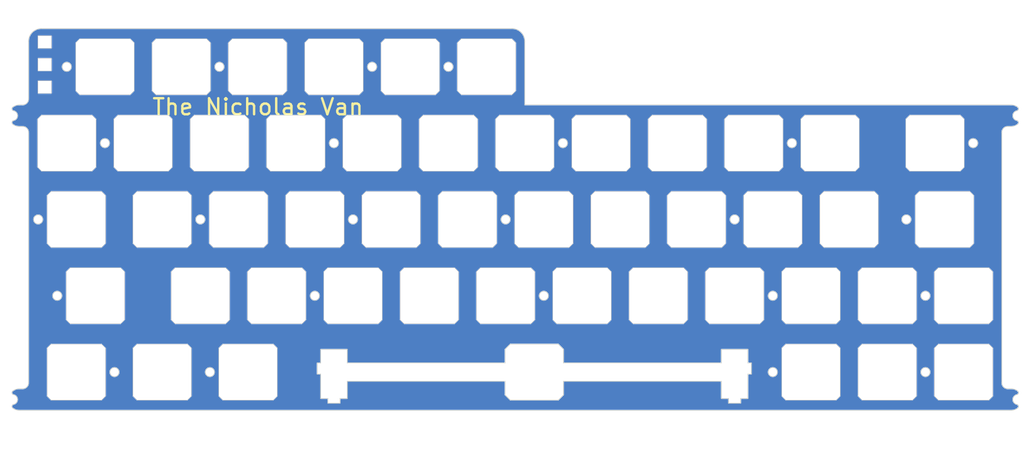
<source format=kicad_pcb>
(kicad_pcb (version 20221018) (generator pcbnew)
  (layers (0 "F.Cu" signal) (31 "B.Cu" signal) (34 "B.Paste" user) (35 "F.Paste" user) (36 "B.SilkS" user "B.Silkscreen") (37 "F.SilkS" user "F.Silkscreen") (38 "B.Mask" user) (39 "F.Mask" user) (44 "Edge.Cuts" user))
  (net 0 "")
  (net 1 "GND")
  (footprint "cipulot_parts:ecs_plate_cut_1U" (layer "F.Cu") (at 242.8875 115.8875)
    (fp_text reference "REF**")
    (fp_text value "Value " hide)
    (fp_line (start -7.3 -6) (end -7.3 6) (stroke (width 0.12)) (layer "Edge.Cuts"))
    (fp_line (start -7.3 6) (end -6.3 7) (stroke (width 0.12)) (layer "Edge.Cuts"))
    (fp_line (start -6.3 -7) (end -7.3 -6) (stroke (width 0.12)) (layer "Edge.Cuts"))
    (fp_line (start -6.3 7) (end 6.3 7) (stroke (width 0.12)) (layer "Edge.Cuts"))
    (fp_line (start 6.3 -7) (end -6.3 -7) (stroke (width 0.12)) (layer "Edge.Cuts"))
    (fp_line (start 6.3 -7) (end 7.3 -6) (stroke (width 0.12)) (layer "Edge.Cuts"))
    (fp_line (start 6.3 7) (end 7.3 6) (stroke (width 0.12)) (layer "Edge.Cuts"))
    (fp_line (start 7.3 6) (end 7.3 -6) (stroke (width 0.12)) (layer "Edge.Cuts"))
  )
  (footprint "cipulot_parts:ecs_plate_cut_1U" (layer "F.Cu") (at 45.24375 115.8875)
    (fp_text reference "REF**")
    (fp_text value "Value " hide)
    (fp_line (start -7.3 -6) (end -7.3 6) (stroke (width 0.12)) (layer "Edge.Cuts"))
    (fp_line (start -7.3 6) (end -6.3 7) (stroke (width 0.12)) (layer "Edge.Cuts"))
    (fp_line (start -6.3 -7) (end -7.3 -6) (stroke (width 0.12)) (layer "Edge.Cuts"))
    (fp_line (start -6.3 7) (end 6.3 7) (stroke (width 0.12)) (layer "Edge.Cuts"))
    (fp_line (start 6.3 -7) (end -6.3 -7) (stroke (width 0.12)) (layer "Edge.Cuts"))
    (fp_line (start 6.3 -7) (end 7.3 -6) (stroke (width 0.12)) (layer "Edge.Cuts"))
    (fp_line (start 6.3 7) (end 7.3 6) (stroke (width 0.12)) (layer "Edge.Cuts"))
    (fp_line (start 7.3 6) (end 7.3 -6) (stroke (width 0.12)) (layer "Edge.Cuts"))
  )
  (footprint "cipulot_parts:ecs_plate_cut_1U" (layer "F.Cu") (at 190.5 77.7875)
    (fp_text reference "REF**")
    (fp_text value "Value " hide)
    (fp_line (start -7.3 -6) (end -7.3 6) (stroke (width 0.12)) (layer "Edge.Cuts"))
    (fp_line (start -7.3 6) (end -6.3 7) (stroke (width 0.12)) (layer "Edge.Cuts"))
    (fp_line (start -6.3 -7) (end -7.3 -6) (stroke (width 0.12)) (layer "Edge.Cuts"))
    (fp_line (start -6.3 7) (end 6.3 7) (stroke (width 0.12)) (layer "Edge.Cuts"))
    (fp_line (start 6.3 -7) (end -6.3 -7) (stroke (width 0.12)) (layer "Edge.Cuts"))
    (fp_line (start 6.3 -7) (end 7.3 -6) (stroke (width 0.12)) (layer "Edge.Cuts"))
    (fp_line (start 6.3 7) (end 7.3 6) (stroke (width 0.12)) (layer "Edge.Cuts"))
    (fp_line (start 7.3 6) (end 7.3 -6) (stroke (width 0.12)) (layer "Edge.Cuts"))
  )
  (footprint "cipulot_parts:ecs_plate_cut_1U" (layer "F.Cu") (at 261.9375 134.9375)
    (fp_text reference "REF**")
    (fp_text value "Value " hide)
    (fp_line (start -7.3 -6) (end -7.3 6) (stroke (width 0.12)) (layer "Edge.Cuts"))
    (fp_line (start -7.3 6) (end -6.3 7) (stroke (width 0.12)) (layer "Edge.Cuts"))
    (fp_line (start -6.3 -7) (end -7.3 -6) (stroke (width 0.12)) (layer "Edge.Cuts"))
    (fp_line (start -6.3 7) (end 6.3 7) (stroke (width 0.12)) (layer "Edge.Cuts"))
    (fp_line (start 6.3 -7) (end -6.3 -7) (stroke (width 0.12)) (layer "Edge.Cuts"))
    (fp_line (start 6.3 -7) (end 7.3 -6) (stroke (width 0.12)) (layer "Edge.Cuts"))
    (fp_line (start 6.3 7) (end 7.3 6) (stroke (width 0.12)) (layer "Edge.Cuts"))
    (fp_line (start 7.3 6) (end 7.3 -6) (stroke (width 0.12)) (layer "Edge.Cuts"))
  )
  (footprint "cipulot_parts:ecs_plate_cut_1U" (layer "F.Cu") (at 123.825 58.7375)
    (fp_text reference "REF**")
    (fp_text value "Value " hide)
    (fp_line (start -7.3 -6) (end -7.3 6) (stroke (width 0.12)) (layer "Edge.Cuts"))
    (fp_line (start -7.3 6) (end -6.3 7) (stroke (width 0.12)) (layer "Edge.Cuts"))
    (fp_line (start -6.3 -7) (end -7.3 -6) (stroke (width 0.12)) (layer "Edge.Cuts"))
    (fp_line (start -6.3 7) (end 6.3 7) (stroke (width 0.12)) (layer "Edge.Cuts"))
    (fp_line (start 6.3 -7) (end -6.3 -7) (stroke (width 0.12)) (layer "Edge.Cuts"))
    (fp_line (start 6.3 -7) (end 7.3 -6) (stroke (width 0.12)) (layer "Edge.Cuts"))
    (fp_line (start 6.3 7) (end 7.3 6) (stroke (width 0.12)) (layer "Edge.Cuts"))
    (fp_line (start 7.3 6) (end 7.3 -6) (stroke (width 0.12)) (layer "Edge.Cuts"))
  )
  (footprint "cipulot_parts:ecs_plate_cut_1U" (layer "F.Cu") (at 261.9375 115.8875)
    (fp_text reference "REF**")
    (fp_text value "Value " hide)
    (fp_line (start -7.3 -6) (end -7.3 6) (stroke (width 0.12)) (layer "Edge.Cuts"))
    (fp_line (start -7.3 6) (end -6.3 7) (stroke (width 0.12)) (layer "Edge.Cuts"))
    (fp_line (start -6.3 -7) (end -7.3 -6) (stroke (width 0.12)) (layer "Edge.Cuts"))
    (fp_line (start -6.3 7) (end 6.3 7) (stroke (width 0.12)) (layer "Edge.Cuts"))
    (fp_line (start 6.3 -7) (end -6.3 -7) (stroke (width 0.12)) (layer "Edge.Cuts"))
    (fp_line (start 6.3 -7) (end 7.3 -6) (stroke (width 0.12)) (layer "Edge.Cuts"))
    (fp_line (start 6.3 7) (end 7.3 6) (stroke (width 0.12)) (layer "Edge.Cuts"))
    (fp_line (start 7.3 6) (end 7.3 -6) (stroke (width 0.12)) (layer "Edge.Cuts"))
  )
  (footprint "cipulot_parts:ecs_plate_cut_1U" (layer "F.Cu") (at 85.725 58.7375)
    (fp_text reference "REF**")
    (fp_text value "Value " hide)
    (fp_line (start -7.3 -6) (end -7.3 6) (stroke (width 0.12)) (layer "Edge.Cuts"))
    (fp_line (start -7.3 6) (end -6.3 7) (stroke (width 0.12)) (layer "Edge.Cuts"))
    (fp_line (start -6.3 -7) (end -7.3 -6) (stroke (width 0.12)) (layer "Edge.Cuts"))
    (fp_line (start -6.3 7) (end 6.3 7) (stroke (width 0.12)) (layer "Edge.Cuts"))
    (fp_line (start 6.3 -7) (end -6.3 -7) (stroke (width 0.12)) (layer "Edge.Cuts"))
    (fp_line (start 6.3 -7) (end 7.3 -6) (stroke (width 0.12)) (layer "Edge.Cuts"))
    (fp_line (start 6.3 7) (end 7.3 6) (stroke (width 0.12)) (layer "Edge.Cuts"))
    (fp_line (start 7.3 6) (end 7.3 -6) (stroke (width 0.12)) (layer "Edge.Cuts"))
  )
  (footprint "cipulot_parts:ecs_plate_cut_1U" (layer "F.Cu") (at 223.8375 115.8875)
    (fp_text reference "REF**")
    (fp_text value "Value " hide)
    (fp_line (start -7.3 -6) (end -7.3 6) (stroke (width 0.12)) (layer "Edge.Cuts"))
    (fp_line (start -7.3 6) (end -6.3 7) (stroke (width 0.12)) (layer "Edge.Cuts"))
    (fp_line (start -6.3 -7) (end -7.3 -6) (stroke (width 0.12)) (layer "Edge.Cuts"))
    (fp_line (start -6.3 7) (end 6.3 7) (stroke (width 0.12)) (layer "Edge.Cuts"))
    (fp_line (start 6.3 -7) (end -6.3 -7) (stroke (width 0.12)) (layer "Edge.Cuts"))
    (fp_line (start 6.3 -7) (end 7.3 -6) (stroke (width 0.12)) (layer "Edge.Cuts"))
    (fp_line (start 6.3 7) (end 7.3 6) (stroke (width 0.12)) (layer "Edge.Cuts"))
    (fp_line (start 7.3 6) (end 7.3 -6) (stroke (width 0.12)) (layer "Edge.Cuts"))
  )
  (footprint "cipulot_parts:ecs_plate_cut_1U" (layer "F.Cu") (at 233.3625 96.8375)
    (fp_text reference "REF**")
    (fp_text value "Value " hide)
    (fp_line (start -7.3 -6) (end -7.3 6) (stroke (width 0.12)) (layer "Edge.Cuts"))
    (fp_line (start -7.3 6) (end -6.3 7) (stroke (width 0.12)) (layer "Edge.Cuts"))
    (fp_line (start -6.3 -7) (end -7.3 -6) (stroke (width 0.12)) (layer "Edge.Cuts"))
    (fp_line (start -6.3 7) (end 6.3 7) (stroke (width 0.12)) (layer "Edge.Cuts"))
    (fp_line (start 6.3 -7) (end -6.3 -7) (stroke (width 0.12)) (layer "Edge.Cuts"))
    (fp_line (start 6.3 -7) (end 7.3 -6) (stroke (width 0.12)) (layer "Edge.Cuts"))
    (fp_line (start 6.3 7) (end 7.3 6) (stroke (width 0.12)) (layer "Edge.Cuts"))
    (fp_line (start 7.3 6) (end 7.3 -6) (stroke (width 0.12)) (layer "Edge.Cuts"))
  )
  (footprint "cipulot_parts:ecs_plate_cut_1U" (layer "F.Cu") (at 61.9125 96.8375)
    (fp_text reference "REF**")
    (fp_text value "Value " hide)
    (fp_line (start -7.3 -6) (end -7.3 6) (stroke (width 0.12)) (layer "Edge.Cuts"))
    (fp_line (start -7.3 6) (end -6.3 7) (stroke (width 0.12)) (layer "Edge.Cuts"))
    (fp_line (start -6.3 -7) (end -7.3 -6) (stroke (width 0.12)) (layer "Edge.Cuts"))
    (fp_line (start -6.3 7) (end 6.3 7) (stroke (width 0.12)) (layer "Edge.Cuts"))
    (fp_line (start 6.3 -7) (end -6.3 -7) (stroke (width 0.12)) (layer "Edge.Cuts"))
    (fp_line (start 6.3 -7) (end 7.3 -6) (stroke (width 0.12)) (layer "Edge.Cuts"))
    (fp_line (start 6.3 7) (end 7.3 6) (stroke (width 0.12)) (layer "Edge.Cuts"))
    (fp_line (start 7.3 6) (end 7.3 -6) (stroke (width 0.12)) (layer "Edge.Cuts"))
  )
  (footprint "cipulot_parts:ecs_plate_cut_1U" (layer "F.Cu") (at 242.8875 134.9375)
    (fp_text reference "REF**")
    (fp_text value "Value " hide)
    (fp_line (start -7.3 -6) (end -7.3 6) (stroke (width 0.12)) (layer "Edge.Cuts"))
    (fp_line (start -7.3 6) (end -6.3 7) (stroke (width 0.12)) (layer "Edge.Cuts"))
    (fp_line (start -6.3 -7) (end -7.3 -6) (stroke (width 0.12)) (layer "Edge.Cuts"))
    (fp_line (start -6.3 7) (end 6.3 7) (stroke (width 0.12)) (layer "Edge.Cuts"))
    (fp_line (start 6.3 -7) (end -6.3 -7) (stroke (width 0.12)) (layer "Edge.Cuts"))
    (fp_line (start 6.3 -7) (end 7.3 -6) (stroke (width 0.12)) (layer "Edge.Cuts"))
    (fp_line (start 6.3 7) (end 7.3 6) (stroke (width 0.12)) (layer "Edge.Cuts"))
    (fp_line (start 7.3 6) (end 7.3 -6) (stroke (width 0.12)) (layer "Edge.Cuts"))
  )
  (footprint "cipulot_parts:ecs_plate_cut_1U" (layer "F.Cu") (at 95.25 77.7875)
    (fp_text reference "REF**")
    (fp_text value "Value " hide)
    (fp_line (start -7.3 -6) (end -7.3 6) (stroke (width 0.12)) (layer "Edge.Cuts"))
    (fp_line (start -7.3 6) (end -6.3 7) (stroke (width 0.12)) (layer "Edge.Cuts"))
    (fp_line (start -6.3 -7) (end -7.3 -6) (stroke (width 0.12)) (layer "Edge.Cuts"))
    (fp_line (start -6.3 7) (end 6.3 7) (stroke (width 0.12)) (layer "Edge.Cuts"))
    (fp_line (start 6.3 -7) (end -6.3 -7) (stroke (width 0.12)) (layer "Edge.Cuts"))
    (fp_line (start 6.3 -7) (end 7.3 -6) (stroke (width 0.12)) (layer "Edge.Cuts"))
    (fp_line (start 6.3 7) (end 7.3 6) (stroke (width 0.12)) (layer "Edge.Cuts"))
    (fp_line (start 7.3 6) (end 7.3 -6) (stroke (width 0.12)) (layer "Edge.Cuts"))
  )
  (footprint "cipulot_parts:ecs_plate_cut_1U" (layer "F.Cu") (at 157.1625 96.8375)
    (fp_text reference "REF**")
    (fp_text value "Value " hide)
    (fp_line (start -7.3 -6) (end -7.3 6) (stroke (width 0.12)) (layer "Edge.Cuts"))
    (fp_line (start -7.3 6) (end -6.3 7) (stroke (width 0.12)) (layer "Edge.Cuts"))
    (fp_line (start -6.3 -7) (end -7.3 -6) (stroke (width 0.12)) (layer "Edge.Cuts"))
    (fp_line (start -6.3 7) (end 6.3 7) (stroke (width 0.12)) (layer "Edge.Cuts"))
    (fp_line (start 6.3 -7) (end -6.3 -7) (stroke (width 0.12)) (layer "Edge.Cuts"))
    (fp_line (start 6.3 -7) (end 7.3 -6) (stroke (width 0.12)) (layer "Edge.Cuts"))
    (fp_line (start 6.3 7) (end 7.3 6) (stroke (width 0.12)) (layer "Edge.Cuts"))
    (fp_line (start 7.3 6) (end 7.3 -6) (stroke (width 0.12)) (layer "Edge.Cuts"))
  )
  (footprint "cipulot_parts:ecs_plate_cut_1U" (layer "F.Cu") (at 109.5375 115.8875)
    (fp_text reference "REF**")
    (fp_text value "Value " hide)
    (fp_line (start -7.3 -6) (end -7.3 6) (stroke (width 0.12)) (layer "Edge.Cuts"))
    (fp_line (start -7.3 6) (end -6.3 7) (stroke (width 0.12)) (layer "Edge.Cuts"))
    (fp_line (start -6.3 -7) (end -7.3 -6) (stroke (width 0.12)) (layer "Edge.Cuts"))
    (fp_line (start -6.3 7) (end 6.3 7) (stroke (width 0.12)) (layer "Edge.Cuts"))
    (fp_line (start 6.3 -7) (end -6.3 -7) (stroke (width 0.12)) (layer "Edge.Cuts"))
    (fp_line (start 6.3 -7) (end 7.3 -6) (stroke (width 0.12)) (layer "Edge.Cuts"))
    (fp_line (start 6.3 7) (end 7.3 6) (stroke (width 0.12)) (layer "Edge.Cuts"))
    (fp_line (start 7.3 6) (end 7.3 -6) (stroke (width 0.12)) (layer "Edge.Cuts"))
  )
  (footprint "cipulot_parts:ecs_plate_cut_1U" (layer "F.Cu") (at 176.2125 96.8375)
    (fp_text reference "REF**")
    (fp_text value "Value " hide)
    (fp_line (start -7.3 -6) (end -7.3 6) (stroke (width 0.12)) (layer "Edge.Cuts"))
    (fp_line (start -7.3 6) (end -6.3 7) (stroke (width 0.12)) (layer "Edge.Cuts"))
    (fp_line (start -6.3 -7) (end -7.3 -6) (stroke (width 0.12)) (layer "Edge.Cuts"))
    (fp_line (start -6.3 7) (end 6.3 7) (stroke (width 0.12)) (layer "Edge.Cuts"))
    (fp_line (start 6.3 -7) (end -6.3 -7) (stroke (width 0.12)) (layer "Edge.Cuts"))
    (fp_line (start 6.3 -7) (end 7.3 -6) (stroke (width 0.12)) (layer "Edge.Cuts"))
    (fp_line (start 6.3 7) (end 7.3 6) (stroke (width 0.12)) (layer "Edge.Cuts"))
    (fp_line (start 7.3 6) (end 7.3 -6) (stroke (width 0.12)) (layer "Edge.Cuts"))
  )
  (footprint "cipulot_parts:ecs_plate_cut_1U" (layer "F.Cu") (at 76.2 77.7875)
    (fp_text reference "REF**")
    (fp_text value "Value " hide)
    (fp_line (start -7.3 -6) (end -7.3 6) (stroke (width 0.12)) (layer "Edge.Cuts"))
    (fp_line (start -7.3 6) (end -6.3 7) (stroke (width 0.12)) (layer "Edge.Cuts"))
    (fp_line (start -6.3 -7) (end -7.3 -6) (stroke (width 0.12)) (layer "Edge.Cuts"))
    (fp_line (start -6.3 7) (end 6.3 7) (stroke (width 0.12)) (layer "Edge.Cuts"))
    (fp_line (start 6.3 -7) (end -6.3 -7) (stroke (width 0.12)) (layer "Edge.Cuts"))
    (fp_line (start 6.3 -7) (end 7.3 -6) (stroke (width 0.12)) (layer "Edge.Cuts"))
    (fp_line (start 6.3 7) (end 7.3 6) (stroke (width 0.12)) (layer "Edge.Cuts"))
    (fp_line (start 7.3 6) (end 7.3 -6) (stroke (width 0.12)) (layer "Edge.Cuts"))
  )
  (footprint "cipulot_parts:ecs_plate_cut_1U" (layer "F.Cu") (at 66.675 58.7375)
    (fp_text reference "REF**")
    (fp_text value "Value " hide)
    (fp_line (start -7.3 -6) (end -7.3 6) (stroke (width 0.12)) (layer "Edge.Cuts"))
    (fp_line (start -7.3 6) (end -6.3 7) (stroke (width 0.12)) (layer "Edge.Cuts"))
    (fp_line (start -6.3 -7) (end -7.3 -6) (stroke (width 0.12)) (layer "Edge.Cuts"))
    (fp_line (start -6.3 7) (end 6.3 7) (stroke (width 0.12)) (layer "Edge.Cuts"))
    (fp_line (start 6.3 -7) (end -6.3 -7) (stroke (width 0.12)) (layer "Edge.Cuts"))
    (fp_line (start 6.3 -7) (end 7.3 -6) (stroke (width 0.12)) (layer "Edge.Cuts"))
    (fp_line (start 6.3 7) (end 7.3 6) (stroke (width 0.12)) (layer "Edge.Cuts"))
    (fp_line (start 7.3 6) (end 7.3 -6) (stroke (width 0.12)) (layer "Edge.Cuts"))
  )
  (footprint "cipulot_parts:ecs_plate_cut_1U" (layer "F.Cu") (at 128.5875 115.8875)
    (fp_text reference "REF**")
    (fp_text value "Value " hide)
    (fp_line (start -7.3 -6) (end -7.3 6) (stroke (width 0.12)) (layer "Edge.Cuts"))
    (fp_line (start -7.3 6) (end -6.3 7) (stroke (width 0.12)) (layer "Edge.Cuts"))
    (fp_line (start -6.3 -7) (end -7.3 -6) (stroke (width 0.12)) (layer "Edge.Cuts"))
    (fp_line (start -6.3 7) (end 6.3 7) (stroke (width 0.12)) (layer "Edge.Cuts"))
    (fp_line (start 6.3 -7) (end -6.3 -7) (stroke (width 0.12)) (layer "Edge.Cuts"))
    (fp_line (start 6.3 -7) (end 7.3 -6) (stroke (width 0.12)) (layer "Edge.Cuts"))
    (fp_line (start 6.3 7) (end 7.3 6) (stroke (width 0.12)) (layer "Edge.Cuts"))
    (fp_line (start 7.3 6) (end 7.3 -6) (stroke (width 0.12)) (layer "Edge.Cuts"))
  )
  (footprint "cipulot_parts:ecs_plate_cut_1U" (layer "F.Cu") (at 40.48125 134.9375)
    (fp_text reference "REF**")
    (fp_text value "Value " hide)
    (fp_line (start -7.3 -6) (end -7.3 6) (stroke (width 0.12)) (layer "Edge.Cuts"))
    (fp_line (start -7.3 6) (end -6.3 7) (stroke (width 0.12)) (layer "Edge.Cuts"))
    (fp_line (start -6.3 -7) (end -7.3 -6) (stroke (width 0.12)) (layer "Edge.Cuts"))
    (fp_line (start -6.3 7) (end 6.3 7) (stroke (width 0.12)) (layer "Edge.Cuts"))
    (fp_line (start 6.3 -7) (end -6.3 -7) (stroke (width 0.12)) (layer "Edge.Cuts"))
    (fp_line (start 6.3 -7) (end 7.3 -6) (stroke (width 0.12)) (layer "Edge.Cuts"))
    (fp_line (start 6.3 7) (end 7.3 6) (stroke (width 0.12)) (layer "Edge.Cuts"))
    (fp_line (start 7.3 6) (end 7.3 -6) (stroke (width 0.12)) (layer "Edge.Cuts"))
  )
  (footprint "cipulot_parts:ecs_plate_cut_1U" (layer "F.Cu") (at 57.15 77.7875)
    (fp_text reference "REF**")
    (fp_text value "Value " hide)
    (fp_line (start -7.3 -6) (end -7.3 6) (stroke (width 0.12)) (layer "Edge.Cuts"))
    (fp_line (start -7.3 6) (end -6.3 7) (stroke (width 0.12)) (layer "Edge.Cuts"))
    (fp_line (start -6.3 -7) (end -7.3 -6) (stroke (width 0.12)) (layer "Edge.Cuts"))
    (fp_line (start -6.3 7) (end 6.3 7) (stroke (width 0.12)) (layer "Edge.Cuts"))
    (fp_line (start 6.3 -7) (end -6.3 -7) (stroke (width 0.12)) (layer "Edge.Cuts"))
    (fp_line (start 6.3 -7) (end 7.3 -6) (stroke (width 0.12)) (layer "Edge.Cuts"))
    (fp_line (start 6.3 7) (end 7.3 6) (stroke (width 0.12)) (layer "Edge.Cuts"))
    (fp_line (start 7.3 6) (end 7.3 -6) (stroke (width 0.12)) (layer "Edge.Cuts"))
  )
  (footprint "cipulot_parts:ecs_plate_cut_1U" (layer "F.Cu") (at 47.625 58.7375)
    (fp_text reference "REF**")
    (fp_text value "Value " hide)
    (fp_line (start -7.3 -6) (end -7.3 6) (stroke (width 0.12)) (layer "Edge.Cuts"))
    (fp_line (start -7.3 6) (end -6.3 7) (stroke (width 0.12)) (layer "Edge.Cuts"))
    (fp_line (start -6.3 -7) (end -7.3 -6) (stroke (width 0.12)) (layer "Edge.Cuts"))
    (fp_line (start -6.3 7) (end 6.3 7) (stroke (width 0.12)) (layer "Edge.Cuts"))
    (fp_line (start 6.3 -7) (end -6.3 -7) (stroke (width 0.12)) (layer "Edge.Cuts"))
    (fp_line (start 6.3 -7) (end 7.3 -6) (stroke (width 0.12)) (layer "Edge.Cuts"))
    (fp_line (start 6.3 7) (end 7.3 6) (stroke (width 0.12)) (layer "Edge.Cuts"))
    (fp_line (start 7.3 6) (end 7.3 -6) (stroke (width 0.12)) (layer "Edge.Cuts"))
  )
  (footprint "cipulot_parts:ecs_plate_cut_1U" (layer "F.Cu") (at 40.48125 96.8375)
    (fp_text reference "REF**")
    (fp_text value "Value " hide)
    (fp_line (start -7.3 -6) (end -7.3 6) (stroke (width 0.12)) (layer "Edge.Cuts"))
    (fp_line (start -7.3 6) (end -6.3 7) (stroke (width 0.12)) (layer "Edge.Cuts"))
    (fp_line (start -6.3 -7) (end -7.3 -6) (stroke (width 0.12)) (layer "Edge.Cuts"))
    (fp_line (start -6.3 7) (end 6.3 7) (stroke (width 0.12)) (layer "Edge.Cuts"))
    (fp_line (start 6.3 -7) (end -6.3 -7) (stroke (width 0.12)) (layer "Edge.Cuts"))
    (fp_line (start 6.3 -7) (end 7.3 -6) (stroke (width 0.12)) (layer "Edge.Cuts"))
    (fp_line (start 6.3 7) (end 7.3 6) (stroke (width 0.12)) (layer "Edge.Cuts"))
    (fp_line (start 7.3 6) (end 7.3 -6) (stroke (width 0.12)) (layer "Edge.Cuts"))
  )
  (footprint "cipulot_parts:ecs_plate_cut_1U" (layer "F.Cu") (at 171.45 77.7875)
    (fp_text reference "REF**")
    (fp_text value "Value " hide)
    (fp_line (start -7.3 -6) (end -7.3 6) (stroke (width 0.12)) (layer "Edge.Cuts"))
    (fp_line (start -7.3 6) (end -6.3 7) (stroke (width 0.12)) (layer "Edge.Cuts"))
    (fp_line (start -6.3 -7) (end -7.3 -6) (stroke (width 0.12)) (layer "Edge.Cuts"))
    (fp_line (start -6.3 7) (end 6.3 7) (stroke (width 0.12)) (layer "Edge.Cuts"))
    (fp_line (start 6.3 -7) (end -6.3 -7) (stroke (width 0.12)) (layer "Edge.Cuts"))
    (fp_line (start 6.3 -7) (end 7.3 -6) (stroke (width 0.12)) (layer "Edge.Cuts"))
    (fp_line (start 6.3 7) (end 7.3 6) (stroke (width 0.12)) (layer "Edge.Cuts"))
    (fp_line (start 7.3 6) (end 7.3 -6) (stroke (width 0.12)) (layer "Edge.Cuts"))
  )
  (footprint "cipulot_parts:ecs_plate_cut_1U" (layer "F.Cu") (at 100.0125 96.8375)
    (fp_text reference "REF**")
    (fp_text value "Value " hide)
    (fp_line (start -7.3 -6) (end -7.3 6) (stroke (width 0.12)) (layer "Edge.Cuts"))
    (fp_line (start -7.3 6) (end -6.3 7) (stroke (width 0.12)) (layer "Edge.Cuts"))
    (fp_line (start -6.3 -7) (end -7.3 -6) (stroke (width 0.12)) (layer "Edge.Cuts"))
    (fp_line (start -6.3 7) (end 6.3 7) (stroke (width 0.12)) (layer "Edge.Cuts"))
    (fp_line (start 6.3 -7) (end -6.3 -7) (stroke (width 0.12)) (layer "Edge.Cuts"))
    (fp_line (start 6.3 -7) (end 7.3 -6) (stroke (width 0.12)) (layer "Edge.Cuts"))
    (fp_line (start 6.3 7) (end 7.3 6) (stroke (width 0.12)) (layer "Edge.Cuts"))
    (fp_line (start 7.3 6) (end 7.3 -6) (stroke (width 0.12)) (layer "Edge.Cuts"))
  )
  (footprint "cipulot_parts:ecs_plate_cut_1U" (layer "F.Cu") (at 114.3 77.7875)
    (fp_text reference "REF**")
    (fp_text value "Value " hide)
    (fp_line (start -7.3 -6) (end -7.3 6) (stroke (width 0.12)) (layer "Edge.Cuts"))
    (fp_line (start -7.3 6) (end -6.3 7) (stroke (width 0.12)) (layer "Edge.Cuts"))
    (fp_line (start -6.3 -7) (end -7.3 -6) (stroke (width 0.12)) (layer "Edge.Cuts"))
    (fp_line (start -6.3 7) (end 6.3 7) (stroke (width 0.12)) (layer "Edge.Cuts"))
    (fp_line (start 6.3 -7) (end -6.3 -7) (stroke (width 0.12)) (layer "Edge.Cuts"))
    (fp_line (start 6.3 -7) (end 7.3 -6) (stroke (width 0.12)) (layer "Edge.Cuts"))
    (fp_line (start 6.3 7) (end 7.3 6) (stroke (width 0.12)) (layer "Edge.Cuts"))
    (fp_line (start 7.3 6) (end 7.3 -6) (stroke (width 0.12)) (layer "Edge.Cuts"))
  )
  (footprint "cipulot_parts:ecs_plate_cut_1U" (layer "F.Cu") (at 204.7875 115.8875)
    (fp_text reference "REF**")
    (fp_text value "Value " hide)
    (fp_line (start -7.3 -6) (end -7.3 6) (stroke (width 0.12)) (layer "Edge.Cuts"))
    (fp_line (start -7.3 6) (end -6.3 7) (stroke (width 0.12)) (layer "Edge.Cuts"))
    (fp_line (start -6.3 -7) (end -7.3 -6) (stroke (width 0.12)) (layer "Edge.Cuts"))
    (fp_line (start -6.3 7) (end 6.3 7) (stroke (width 0.12)) (layer "Edge.Cuts"))
    (fp_line (start 6.3 -7) (end -6.3 -7) (stroke (width 0.12)) (layer "Edge.Cuts"))
    (fp_line (start 6.3 -7) (end 7.3 -6) (stroke (width 0.12)) (layer "Edge.Cuts"))
    (fp_line (start 6.3 7) (end 7.3 6) (stroke (width 0.12)) (layer "Edge.Cuts"))
    (fp_line (start 7.3 6) (end 7.3 -6) (stroke (width 0.12)) (layer "Edge.Cuts"))
  )
  (footprint "cipulot_parts:ecs_plate_cut_1U" (layer "F.Cu") (at 80.9625 96.8375)
    (fp_text reference "REF**")
    (fp_text value "Value " hide)
    (fp_line (start -7.3 -6) (end -7.3 6) (stroke (width 0.12)) (layer "Edge.Cuts"))
    (fp_line (start -7.3 6) (end -6.3 7) (stroke (width 0.12)) (layer "Edge.Cuts"))
    (fp_line (start -6.3 -7) (end -7.3 -6) (stroke (width 0.12)) (layer "Edge.Cuts"))
    (fp_line (start -6.3 7) (end 6.3 7) (stroke (width 0.12)) (layer "Edge.Cuts"))
    (fp_line (start 6.3 -7) (end -6.3 -7) (stroke (width 0.12)) (layer "Edge.Cuts"))
    (fp_line (start 6.3 -7) (end 7.3 -6) (stroke (width 0.12)) (layer "Edge.Cuts"))
    (fp_line (start 6.3 7) (end 7.3 6) (stroke (width 0.12)) (layer "Edge.Cuts"))
    (fp_line (start 7.3 6) (end 7.3 -6) (stroke (width 0.12)) (layer "Edge.Cuts"))
  )
  (footprint "cipulot_parts:ecs_plate_cut_1U" (layer "F.Cu") (at 83.34375 134.9375)
    (fp_text reference "REF**")
    (fp_text value "Value " hide)
    (fp_line (start -7.3 -6) (end -7.3 6) (stroke (width 0.12)) (layer "Edge.Cuts"))
    (fp_line (start -7.3 6) (end -6.3 7) (stroke (width 0.12)) (layer "Edge.Cuts"))
    (fp_line (start -6.3 -7) (end -7.3 -6) (stroke (width 0.12)) (layer "Edge.Cuts"))
    (fp_line (start -6.3 7) (end 6.3 7) (stroke (width 0.12)) (layer "Edge.Cuts"))
    (fp_line (start 6.3 -7) (end -6.3 -7) (stroke (width 0.12)) (layer "Edge.Cuts"))
    (fp_line (start 6.3 -7) (end 7.3 -6) (stroke (width 0.12)) (layer "Edge.Cuts"))
    (fp_line (start 6.3 7) (end 7.3 6) (stroke (width 0.12)) (layer "Edge.Cuts"))
    (fp_line (start 7.3 6) (end 7.3 -6) (stroke (width 0.12)) (layer "Edge.Cuts"))
  )
  (footprint "cipulot_parts:ecs_plate_cut_1U" (layer "F.Cu") (at 214.3125 96.8375)
    (fp_text reference "REF**")
    (fp_text value "Value " hide)
    (fp_line (start -7.3 -6) (end -7.3 6) (stroke (width 0.12)) (layer "Edge.Cuts"))
    (fp_line (start -7.3 6) (end -6.3 7) (stroke (width 0.12)) (layer "Edge.Cuts"))
    (fp_line (start -6.3 -7) (end -7.3 -6) (stroke (width 0.12)) (layer "Edge.Cuts"))
    (fp_line (start -6.3 7) (end 6.3 7) (stroke (width 0.12)) (layer "Edge.Cuts"))
    (fp_line (start 6.3 -7) (end -6.3 -7) (stroke (width 0.12)) (layer "Edge.Cuts"))
    (fp_line (start 6.3 -7) (end 7.3 -6) (stroke (width 0.12)) (layer "Edge.Cuts"))
    (fp_line (start 6.3 7) (end 7.3 6) (stroke (width 0.12)) (layer "Edge.Cuts"))
    (fp_line (start 7.3 6) (end 7.3 -6) (stroke (width 0.12)) (layer "Edge.Cuts"))
  )
  (footprint "cipulot_parts:ecs_plate_cut_1U" (layer "F.Cu") (at 38.1 77.7875)
    (fp_text reference "REF**")
    (fp_text value "Value " hide)
    (fp_line (start -7.3 -6) (end -7.3 6) (stroke (width 0.12)) (layer "Edge.Cuts"))
    (fp_line (start -7.3 6) (end -6.3 7) (stroke (width 0.12)) (layer "Edge.Cuts"))
    (fp_line (start -6.3 -7) (end -7.3 -6) (stroke (width 0.12)) (layer "Edge.Cuts"))
    (fp_line (start -6.3 7) (end 6.3 7) (stroke (width 0.12)) (layer "Edge.Cuts"))
    (fp_line (start 6.3 -7) (end -6.3 -7) (stroke (width 0.12)) (layer "Edge.Cuts"))
    (fp_line (start 6.3 -7) (end 7.3 -6) (stroke (width 0.12)) (layer "Edge.Cuts"))
    (fp_line (start 6.3 7) (end 7.3 6) (stroke (width 0.12)) (layer "Edge.Cuts"))
    (fp_line (start 7.3 6) (end 7.3 -6) (stroke (width 0.12)) (layer "Edge.Cuts"))
  )
  (footprint "cipulot_parts:ecs_plate_cut_1U" (layer "F.Cu") (at 138.1125 96.8375)
    (fp_text reference "REF**")
    (fp_text value "Value " hide)
    (fp_line (start -7.3 -6) (end -7.3 6) (stroke (width 0.12)) (layer "Edge.Cuts"))
    (fp_line (start -7.3 6) (end -6.3 7) (stroke (width 0.12)) (layer "Edge.Cuts"))
    (fp_line (start -6.3 -7) (end -7.3 -6) (stroke (width 0.12)) (layer "Edge.Cuts"))
    (fp_line (start -6.3 7) (end 6.3 7) (stroke (width 0.12)) (layer "Edge.Cuts"))
    (fp_line (start 6.3 -7) (end -6.3 -7) (stroke (width 0.12)) (layer "Edge.Cuts"))
    (fp_line (start 6.3 -7) (end 7.3 -6) (stroke (width 0.12)) (layer "Edge.Cuts"))
    (fp_line (start 6.3 7) (end 7.3 6) (stroke (width 0.12)) (layer "Edge.Cuts"))
    (fp_line (start 7.3 6) (end 7.3 -6) (stroke (width 0.12)) (layer "Edge.Cuts"))
  )
  (footprint "cipulot_parts:ecs_plate_cut_1U" (layer "F.Cu") (at 254.79375 77.7875)
    (fp_text reference "REF**")
    (fp_text value "Value " hide)
    (fp_line (start -7.3 -6) (end -7.3 6) (stroke (width 0.12)) (layer "Edge.Cuts"))
    (fp_line (start -7.3 6) (end -6.3 7) (stroke (width 0.12)) (layer "Edge.Cuts"))
    (fp_line (start -6.3 -7) (end -7.3 -6) (stroke (width 0.12)) (layer "Edge.Cuts"))
    (fp_line (start -6.3 7) (end 6.3 7) (stroke (width 0.12)) (layer "Edge.Cuts"))
    (fp_line (start 6.3 -7) (end -6.3 -7) (stroke (width 0.12)) (layer "Edge.Cuts"))
    (fp_line (start 6.3 -7) (end 7.3 -6) (stroke (width 0.12)) (layer "Edge.Cuts"))
    (fp_line (start 6.3 7) (end 7.3 6) (stroke (width 0.12)) (layer "Edge.Cuts"))
    (fp_line (start 7.3 6) (end 7.3 -6) (stroke (width 0.12)) (layer "Edge.Cuts"))
  )
  (footprint "cipulot_parts:ecs_plate_cut_1U" (layer "F.Cu") (at 223.8375 134.9375)
    (fp_text reference "REF**")
    (fp_text value "Value " hide)
    (fp_line (start -7.3 -6) (end -7.3 6) (stroke (width 0.12)) (layer "Edge.Cuts"))
    (fp_line (start -7.3 6) (end -6.3 7) (stroke (width 0.12)) (layer "Edge.Cuts"))
    (fp_line (start -6.3 -7) (end -7.3 -6) (stroke (width 0.12)) (layer "Edge.Cuts"))
    (fp_line (start -6.3 7) (end 6.3 7) (stroke (width 0.12)) (layer "Edge.Cuts"))
    (fp_line (start 6.3 -7) (end -6.3 -7) (stroke (width 0.12)) (layer "Edge.Cuts"))
    (fp_line (start 6.3 -7) (end 7.3 -6) (stroke (width 0.12)) (layer "Edge.Cuts"))
    (fp_line (start 6.3 7) (end 7.3 6) (stroke (width 0.12)) (layer "Edge.Cuts"))
    (fp_line (start 7.3 6) (end 7.3 -6) (stroke (width 0.12)) (layer "Edge.Cuts"))
  )
  (footprint "cipulot_parts:ecs_plate_cut_1U" (layer "F.Cu") (at 209.55 77.7875)
    (fp_text reference "REF**")
    (fp_text value "Value " hide)
    (fp_line (start -7.3 -6) (end -7.3 6) (stroke (width 0.12)) (layer "Edge.Cuts"))
    (fp_line (start -7.3 6) (end -6.3 7) (stroke (width 0.12)) (layer "Edge.Cuts"))
    (fp_line (start -6.3 -7) (end -7.3 -6) (stroke (width 0.12)) (layer "Edge.Cuts"))
    (fp_line (start -6.3 7) (end 6.3 7) (stroke (width 0.12)) (layer "Edge.Cuts"))
    (fp_line (start 6.3 -7) (end -6.3 -7) (stroke (width 0.12)) (layer "Edge.Cuts"))
    (fp_line (start 6.3 -7) (end 7.3 -6) (stroke (width 0.12)) (layer "Edge.Cuts"))
    (fp_line (start 6.3 7) (end 7.3 6) (stroke (width 0.12)) (layer "Edge.Cuts"))
    (fp_line (start 7.3 6) (end 7.3 -6) (stroke (width 0.12)) (layer "Edge.Cuts"))
  )
  (footprint "cipulot_parts:ecs_plate_cut_1U" (layer "F.Cu") (at 195.2625 96.8375)
    (fp_text reference "REF**")
    (fp_text value "Value " hide)
    (fp_line (start -7.3 -6) (end -7.3 6) (stroke (width 0.12)) (layer "Edge.Cuts"))
    (fp_line (start -7.3 6) (end -6.3 7) (stroke (width 0.12)) (layer "Edge.Cuts"))
    (fp_line (start -6.3 -7) (end -7.3 -6) (stroke (width 0.12)) (layer "Edge.Cuts"))
    (fp_line (start -6.3 7) (end 6.3 7) (stroke (width 0.12)) (layer "Edge.Cuts"))
    (fp_line (start 6.3 -7) (end -6.3 -7) (stroke (width 0.12)) (layer "Edge.Cuts"))
    (fp_line (start 6.3 -7) (end 7.3 -6) (stroke (width 0.12)) (layer "Edge.Cuts"))
    (fp_line (start 6.3 7) (end 7.3 6) (stroke (width 0.12)) (layer "Edge.Cuts"))
    (fp_line (start 7.3 6) (end 7.3 -6) (stroke (width 0.12)) (layer "Edge.Cuts"))
  )
  (footprint "cipulot_parts:ecs_plate_cut_1U" (layer "F.Cu") (at 185.7375 115.8875)
    (fp_text reference "REF**")
    (fp_text value "Value " hide)
    (fp_line (start -7.3 -6) (end -7.3 6) (stroke (width 0.12)) (layer "Edge.Cuts"))
    (fp_line (start -7.3 6) (end -6.3 7) (stroke (width 0.12)) (layer "Edge.Cuts"))
    (fp_line (start -6.3 -7) (end -7.3 -6) (stroke (width 0.12)) (layer "Edge.Cuts"))
    (fp_line (start -6.3 7) (end 6.3 7) (stroke (width 0.12)) (layer "Edge.Cuts"))
    (fp_line (start 6.3 -7) (end -6.3 -7) (stroke (width 0.12)) (layer "Edge.Cuts"))
    (fp_line (start 6.3 -7) (end 7.3 -6) (stroke (width 0.12)) (layer "Edge.Cuts"))
    (fp_line (start 6.3 7) (end 7.3 6) (stroke (width 0.12)) (layer "Edge.Cuts"))
    (fp_line (start 7.3 6) (end 7.3 -6) (stroke (width 0.12)) (layer "Edge.Cuts"))
  )
  (footprint "cipulot_parts:ecs_plate_cut_1U" (layer "F.Cu") (at 61.9125 134.9375)
    (fp_text reference "REF**")
    (fp_text value "Value " hide)
    (fp_line (start -7.3 -6) (end -7.3 6) (stroke (width 0.12)) (layer "Edge.Cuts"))
    (fp_line (start -7.3 6) (end -6.3 7) (stroke (width 0.12)) (layer "Edge.Cuts"))
    (fp_line (start -6.3 -7) (end -7.3 -6) (stroke (width 0.12)) (layer "Edge.Cuts"))
    (fp_line (start -6.3 7) (end 6.3 7) (stroke (width 0.12)) (layer "Edge.Cuts"))
    (fp_line (start 6.3 -7) (end -6.3 -7) (stroke (width 0.12)) (layer "Edge.Cuts"))
    (fp_line (start 6.3 -7) (end 7.3 -6) (stroke (width 0.12)) (layer "Edge.Cuts"))
    (fp_line (start 6.3 7) (end 7.3 6) (stroke (width 0.12)) (layer "Edge.Cuts"))
    (fp_line (start 7.3 6) (end 7.3 -6) (stroke (width 0.12)) (layer "Edge.Cuts"))
  )
  (footprint "cipulot_parts:ecs_plate_cut_1U" (layer "F.Cu") (at 147.6375 115.8875)
    (fp_text reference "REF**")
    (fp_text value "Value " hide)
    (fp_line (start -7.3 -6) (end -7.3 6) (stroke (width 0.12)) (layer "Edge.Cuts"))
    (fp_line (start -7.3 6) (end -6.3 7) (stroke (width 0.12)) (layer "Edge.Cuts"))
    (fp_line (start -6.3 -7) (end -7.3 -6) (stroke (width 0.12)) (layer "Edge.Cuts"))
    (fp_line (start -6.3 7) (end 6.3 7) (stroke (width 0.12)) (layer "Edge.Cuts"))
    (fp_line (start 6.3 -7) (end -6.3 -7) (stroke (width 0.12)) (layer "Edge.Cuts"))
    (fp_line (start 6.3 -7) (end 7.3 -6) (stroke (width 0.12)) (layer "Edge.Cuts"))
    (fp_line (start 6.3 7) (end 7.3 6) (stroke (width 0.12)) (layer "Edge.Cuts"))
    (fp_line (start 7.3 6) (end 7.3 -6) (stroke (width 0.12)) (layer "Edge.Cuts"))
  )
  (footprint "cipulot_parts:ecs_plate_cut_1U" (layer "F.Cu") (at 119.0625 96.8375)
    (fp_text reference "REF**")
    (fp_text value "Value " hide)
    (fp_line (start -7.3 -6) (end -7.3 6) (stroke (width 0.12)) (layer "Edge.Cuts"))
    (fp_line (start -7.3 6) (end -6.3 7) (stroke (width 0.12)) (layer "Edge.Cuts"))
    (fp_line (start -6.3 -7) (end -7.3 -6) (stroke (width 0.12)) (layer "Edge.Cuts"))
    (fp_line (start -6.3 7) (end 6.3 7) (stroke (width 0.12)) (layer "Edge.Cuts"))
    (fp_line (start 6.3 -7) (end -6.3 -7) (stroke (width 0.12)) (layer "Edge.Cuts"))
    (fp_line (start 6.3 -7) (end 7.3 -6) (stroke (width 0.12)) (layer "Edge.Cuts"))
    (fp_line (start 6.3 7) (end 7.3 6) (stroke (width 0.12)) (layer "Edge.Cuts"))
    (fp_line (start 7.3 6) (end 7.3 -6) (stroke (width 0.12)) (layer "Edge.Cuts"))
  )
  (footprint "cipulot_parts:ecs_plate_cut_1U" (layer "F.Cu") (at 152.4 77.7875)
    (fp_text reference "REF**")
    (fp_text value "Value " hide)
    (fp_line (start -7.3 -6) (end -7.3 6) (stroke (width 0.12)) (layer "Edge.Cuts"))
    (fp_line (start -7.3 6) (end -6.3 7) (stroke (width 0.12)) (layer "Edge.Cuts"))
    (fp_line (start -6.3 -7) (end -7.3 -6) (stroke (width 0.12)) (layer "Edge.Cuts"))
    (fp_line (start -6.3 7) (end 6.3 7) (stroke (width 0.12)) (layer "Edge.Cuts"))
    (fp_line (start 6.3 -7) (end -6.3 -7) (stroke (width 0.12)) (layer "Edge.Cuts"))
    (fp_line (start 6.3 -7) (end 7.3 -6) (stroke (width 0.12)) (layer "Edge.Cuts"))
    (fp_line (start 6.3 7) (end 7.3 6) (stroke (width 0.12)) (layer "Edge.Cuts"))
    (fp_line (start 7.3 6) (end 7.3 -6) (stroke (width 0.12)) (layer "Edge.Cuts"))
  )
  (footprint "cipulot_parts:ecs_plate_cut_1U" (layer "F.Cu") (at 90.4875 115.8875)
    (fp_text reference "REF**")
    (fp_text value "Value " hide)
    (fp_line (start -7.3 -6) (end -7.3 6) (stroke (width 0.12)) (layer "Edge.Cuts"))
    (fp_line (start -7.3 6) (end -6.3 7) (stroke (width 0.12)) (layer "Edge.Cuts"))
    (fp_line (start -6.3 -7) (end -7.3 -6) (stroke (width 0.12)) (layer "Edge.Cuts"))
    (fp_line (start -6.3 7) (end 6.3 7) (stroke (width 0.12)) (layer "Edge.Cuts"))
    (fp_line (start 6.3 -7) (end -6.3 -7) (stroke (width 0.12)) (layer "Edge.Cuts"))
    (fp_line (start 6.3 -7) (end 7.3 -6) (stroke (width 0.12)) (layer "Edge.Cuts"))
    (fp_line (start 6.3 7) (end 7.3 6) (stroke (width 0.12)) (layer "Edge.Cuts"))
    (fp_line (start 7.3 6) (end 7.3 -6) (stroke (width 0.12)) (layer "Edge.Cuts"))
  )
  (footprint "cipulot_parts:ecs_plate_cut_1U" (layer "F.Cu") (at 257.175 96.8375)
    (fp_text reference "REF**")
    (fp_text value "Value " hide)
    (fp_line (start -7.3 -6) (end -7.3 6) (stroke (width 0.12)) (layer "Edge.Cuts"))
    (fp_line (start -7.3 6) (end -6.3 7) (stroke (width 0.12)) (layer "Edge.Cuts"))
    (fp_line (start -6.3 -7) (end -7.3 -6) (stroke (width 0.12)) (layer "Edge.Cuts"))
    (fp_line (start -6.3 7) (end 6.3 7) (stroke (width 0.12)) (layer "Edge.Cuts"))
    (fp_line (start 6.3 -7) (end -6.3 -7) (stroke (width 0.12)) (layer "Edge.Cuts"))
    (fp_line (start 6.3 -7) (end 7.3 -6) (stroke (width 0.12)) (layer "Edge.Cuts"))
    (fp_line (start 6.3 7) (end 7.3 6) (stroke (width 0.12)) (layer "Edge.Cuts"))
    (fp_line (start 7.3 6) (end 7.3 -6) (stroke (width 0.12)) (layer "Edge.Cuts"))
  )
  (footprint "cipulot_parts:ecs_plate_cut_1U" (layer "F.Cu") (at 166.6875 115.8875)
    (fp_text reference "REF**")
    (fp_text value "Value " hide)
    (fp_line (start -7.3 -6) (end -7.3 6) (stroke (width 0.12)) (layer "Edge.Cuts"))
    (fp_line (start -7.3 6) (end -6.3 7) (stroke (width 0.12)) (layer "Edge.Cuts"))
    (fp_line (start -6.3 -7) (end -7.3 -6) (stroke (width 0.12)) (layer "Edge.Cuts"))
    (fp_line (start -6.3 7) (end 6.3 7) (stroke (width 0.12)) (layer "Edge.Cuts"))
    (fp_line (start 6.3 -7) (end -6.3 -7) (stroke (width 0.12)) (layer "Edge.Cuts"))
    (fp_line (start 6.3 -7) (end 7.3 -6) (stroke (width 0.12)) (layer "Edge.Cuts"))
    (fp_line (start 6.3 7) (end 7.3 6) (stroke (width 0.12)) (layer "Edge.Cuts"))
    (fp_line (start 7.3 6) (end 7.3 -6) (stroke (width 0.12)) (layer "Edge.Cuts"))
  )
  (footprint "cipulot_parts:ecs_6.25U_space_stab" (layer "F.Cu") (at 154.78125 134.9375 180)
    (fp_text reference "REF**")
    (fp_text value "Value " hide)
  )
  (footprint "cipulot_parts:ecs_plate_cut_1U" (layer "F.Cu") (at 104.775 58.7375)
    (fp_text reference "REF**")
    (fp_text value "Value " hide)
    (fp_line (start -7.3 -6) (end -7.3 6) (stroke (width 0.12)) (layer "Edge.Cuts"))
    (fp_line (start -7.3 6) (end -6.3 7) (stroke (width 0.12)) (layer "Edge.Cuts"))
    (fp_line (start -6.3 -7) (end -7.3 -6) (stroke (width 0.12)) (layer "Edge.Cuts"))
    (fp_line (start -6.3 7) (end 6.3 7) (stroke (width 0.12)) (layer "Edge.Cuts"))
    (fp_line (start 6.3 -7) (end -6.3 -7) (stroke (width 0.12)) (layer "Edge.Cuts"))
    (fp_line (start 6.3 -7) (end 7.3 -6) (stroke (width 0.12)) (layer "Edge.Cuts"))
    (fp_line (start 6.3 7) (end 7.3 6) (stroke (width 0.12)) (layer "Edge.Cuts"))
    (fp_line (start 7.3 6) (end 7.3 -6) (stroke (width 0.12)) (layer "Edge.Cuts"))
  )
  (footprint "cipulot_parts:ecs_plate_cut_1U" (layer "F.Cu") (at 133.35 77.7875)
    (fp_text reference "REF**")
    (fp_text value "Value " hide)
    (fp_line (start -7.3 -6) (end -7.3 6) (stroke (width 0.12)) (layer "Edge.Cuts"))
    (fp_line (start -7.3 6) (end -6.3 7) (stroke (width 0.12)) (layer "Edge.Cuts"))
    (fp_line (start -6.3 -7) (end -7.3 -6) (stroke (width 0.12)) (layer "Edge.Cuts"))
    (fp_line (start -6.3 7) (end 6.3 7) (stroke (width 0.12)) (layer "Edge.Cuts"))
    (fp_line (start 6.3 -7) (end -6.3 -7) (stroke (width 0.12)) (layer "Edge.Cuts"))
    (fp_line (start 6.3 -7) (end 7.3 -6) (stroke (width 0.12)) (layer "Edge.Cuts"))
    (fp_line (start 6.3 7) (end 7.3 6) (stroke (width 0.12)) (layer "Edge.Cuts"))
    (fp_line (start 7.3 6) (end 7.3 -6) (stroke (width 0.12)) (layer "Edge.Cuts"))
  )
  (footprint "cipulot_parts:ecs_plate_cut_1U" (layer "F.Cu") (at 228.6 77.7875)
    (fp_text reference "REF**")
    (fp_text value "Value " hide)
    (fp_line (start -7.3 -6) (end -7.3 6) (stroke (width 0.12)) (layer "Edge.Cuts"))
    (fp_line (start -7.3 6) (end -6.3 7) (stroke (width 0.12)) (layer "Edge.Cuts"))
    (fp_line (start -6.3 -7) (end -7.3 -6) (stroke (width 0.12)) (layer "Edge.Cuts"))
    (fp_line (start -6.3 7) (end 6.3 7) (stroke (width 0.12)) (layer "Edge.Cuts"))
    (fp_line (start 6.3 -7) (end -6.3 -7) (stroke (width 0.12)) (layer "Edge.Cuts"))
    (fp_line (start 6.3 -7) (end 7.3 -6) (stroke (width 0.12)) (layer "Edge.Cuts"))
    (fp_line (start 6.3 7) (end 7.3 6) (stroke (width 0.12)) (layer "Edge.Cuts"))
    (fp_line (start 7.3 6) (end 7.3 -6) (stroke (width 0.12)) (layer "Edge.Cuts"))
  )
  (footprint "cipulot_parts:ecs_plate_cut_1U" (layer "F.Cu") (at 71.4375 115.8875)
    (fp_text reference "REF**")
    (fp_text value "Value " hide)
    (fp_line (start -7.3 -6) (end -7.3 6) (stroke (width 0.12)) (layer "Edge.Cuts"))
    (fp_line (start -7.3 6) (end -6.3 7) (stroke (width 0.12)) (layer "Edge.Cuts"))
    (fp_line (start -6.3 -7) (end -7.3 -6) (stroke (width 0.12)) (layer "Edge.Cuts"))
    (fp_line (start -6.3 7) (end 6.3 7) (stroke (width 0.12)) (layer "Edge.Cuts"))
    (fp_line (start 6.3 -7) (end -6.3 -7) (stroke (width 0.12)) (layer "Edge.Cuts"))
    (fp_line (start 6.3 -7) (end 7.3 -6) (stroke (width 0.12)) (layer "Edge.Cuts"))
    (fp_line (start 6.3 7) (end 7.3 6) (stroke (width 0.12)) (layer "Edge.Cuts"))
    (fp_line (start 7.3 6) (end 7.3 -6) (stroke (width 0.12)) (layer "Edge.Cuts"))
  )
  (footprint "cipulot_parts:ecs_plate_cut_1U" (layer "F.Cu") (at 142.875 58.7375)
    (fp_text reference "REF**")
    (fp_text value "Value " hide)
    (fp_line (start -7.3 -6) (end -7.3 6) (stroke (width 0.12)) (layer "Edge.Cuts"))
    (fp_line (start -7.3 6) (end -6.3 7) (stroke (width 0.12)) (layer "Edge.Cuts"))
    (fp_line (start -6.3 -7) (end -7.3 -6) (stroke (width 0.12)) (layer "Edge.Cuts"))
    (fp_line (start -6.3 7) (end 6.3 7) (stroke (width 0.12)) (layer "Edge.Cuts"))
    (fp_line (start 6.3 -7) (end -6.3 -7) (stroke (width 0.12)) (layer "Edge.Cuts"))
    (fp_line (start 6.3 -7) (end 7.3 -6) (stroke (width 0.12)) (layer "Edge.Cuts"))
    (fp_line (start 6.3 7) (end 7.3 6) (stroke (width 0.12)) (layer "Edge.Cuts"))
    (fp_line (start 7.3 6) (end 7.3 -6) (stroke (width 0.12)) (layer "Edge.Cuts"))
  )
  (gr_line (start 101.45385 141.5415) (end 101.45385 135.4455) (stroke (width 0.2)) (layer "Edge.Cuts"))
  (gr_arc (start 275.429947 73.048896) (mid 274.655728 73.467679) (end 273.7875 73.6125) (stroke (width 0.2)) (layer "Edge.Cuts"))
  (gr_arc (start 24.607553 68.826104) (mid 25.381772 68.407321) (end 26.25 68.2625) (stroke (width 0.2)) (layer "Edge.Cuts"))
  (gr_arc (start 275.219963 143.013745) (mid 274.2125 141.7875) (end 275.219963 140.561255) (stroke (width 0.2)) (layer "Edge.Cuts"))
  (gr_line (start 208.10865 135.4455) (end 208.97225 135.4455) (stroke (width 0.2)) (layer "Edge.Cuts"))
  (gr_line (start 26.25 73.6125) (end 27.075 73.6125) (stroke (width 0.2)) (layer "Edge.Cuts"))
  (gr_line (start 103.25725 141.5415) (end 101.45385 141.5415) (stroke (width 0.2)) (layer "Edge.Cuts"))
  (gr_line (start 100.59025 132.6515) (end 101.45385 132.6515) (stroke (width 0.2)) (layer "Edge.Cuts"))
  (gr_arc (start 271.4625 75.1125) (mid 271.90184 74.05184) (end 272.9625 73.6125) (stroke (width 0.2)) (layer "Edge.Cuts"))
  (gr_circle (center 104.775 77.7875) (end 105.925 77.7875) (stroke (width 0.2)) (fill none) (layer "Edge.Cuts"))
  (gr_line (start 28.575 137.6125) (end 28.575 75.1125) (stroke (width 0.2)) (layer "Edge.Cuts"))
  (gr_line (start 148.78225 127.9375) (end 160.78025 127.9375) (stroke (width 0.2)) (layer "Edge.Cuts"))
  (gr_line (start 203.25725 142.7099) (end 206.30525 142.7099) (stroke (width 0.2)) (layer "Edge.Cuts"))
  (gr_circle (center 247.65 96.8375) (end 248.8 96.8375) (stroke (width 0.2)) (fill none) (layer "Edge.Cuts"))
  (gr_circle (center 50.00625 134.9375) (end 51.15625 134.9375) (stroke (width 0.2)) (fill none) (layer "Edge.Cuts"))
  (gr_line (start 162.082899 137.23787) (end 201.45385 137.2375) (stroke (width 0.2)) (layer "Edge.Cuts"))
  (gr_rect (start 30.899001 50.952301) (end 34.298999 54.152701) (stroke (width 0.1)) (fill none) (layer "Edge.Cuts"))
  (gr_arc (start 24.817537 140.561255) (mid 25.825 141.7875) (end 24.817537 143.013745) (stroke (width 0.2)) (layer "Edge.Cuts"))
  (gr_arc (start 273.7875 139.1125) (mid 274.655728 139.257321) (end 275.429947 139.676104) (stroke (width 0.2)) (layer "Edge.Cuts"))
  (gr_circle (center 47.625 77.7875) (end 48.775 77.7875) (stroke (width 0.2)) (fill none) (layer "Edge.Cuts"))
  (gr_line (start 147.482899 137.23787) (end 108.10865 137.2375) (stroke (width 0.2)) (layer "Edge.Cuts"))
  (gr_arc (start 275.219963 143.013745) (mid 275.609445 143.38883) (end 275.429947 143.898896) (stroke (width 0.2)) (layer "Edge.Cuts"))
  (gr_line (start 100.59025 135.4455) (end 100.59025 132.6515) (stroke (width 0.2)) (layer "Edge.Cuts"))
  (gr_line (start 201.45385 132.6375) (end 162.079601 132.638) (stroke (width 0.2)) (layer "Edge.Cuts"))
  (gr_circle (center 76.2 58.7375) (end 77.35 58.7375) (stroke (width 0.2)) (fill none) (layer "Edge.Cuts"))
  (gr_circle (center 35.71875 115.8875) (end 36.86875 115.8875) (stroke (width 0.2)) (fill none) (layer "Edge.Cuts"))
  (gr_line (start 162.08125 129.2385) (end 162.079601 132.63713) (stroke (width 0.2)) (layer "Edge.Cuts"))
  (gr_circle (center 252.4125 115.8875) (end 253.5625 115.8875) (stroke (width 0.2)) (fill none) (layer "Edge.Cuts"))
  (gr_line (start 206.30525 142.7099) (end 206.30525 141.5415) (stroke (width 0.2)) (layer "Edge.Cuts"))
  (gr_circle (center 214.3125 115.8875) (end 215.4625 115.8875) (stroke (width 0.2)) (fill none) (layer "Edge.Cuts"))
  (gr_line (start 147.48125 129.2385) (end 148.78225 127.9375) (stroke (width 0.2)) (layer "Edge.Cuts"))
  (gr_line (start 27.075 68.2625) (end 26.25 68.2625) (stroke (width 0.2)) (layer "Edge.Cuts"))
  (gr_line (start 108.10865 141.5415) (end 106.30525 141.5415) (stroke (width 0.2)) (layer "Edge.Cuts"))
  (gr_line (start 203.25725 141.5415) (end 203.25725 142.7099) (stroke (width 0.2)) (layer "Edge.Cuts"))
  (gr_line (start 101.45385 129.2479) (end 108.10865 129.2479) (stroke (width 0.2)) (layer "Edge.Cuts"))
  (gr_arc (start 24.817537 69.711255) (mid 25.825 70.9375) (end 24.817537 72.163745) (stroke (width 0.2)) (layer "Edge.Cuts"))
  (gr_arc (start 24.817537 140.561255) (mid 24.428055 140.186169) (end 24.607553 139.676104) (stroke (width 0.2)) (layer "Edge.Cuts"))
  (gr_arc (start 24.607553 139.676104) (mid 25.381772 139.257321) (end 26.25 139.1125) (stroke (width 0.2)) (layer "Edge.Cuts"))
  (gr_circle (center 109.5375 96.8375) (end 110.6875 96.8375) (stroke (width 0.2)) (fill none) (layer "Edge.Cuts"))
  (gr_line (start 31.75 49.2125) (end 149.225 49.2125) (stroke (width 0.2)) (layer "Edge.Cuts"))
  (gr_line (start 162.08125 140.6365) (end 160.78025 141.9375) (stroke (width 0.2)) (layer "Edge.Cuts"))
  (gr_line (start 101.45385 132.6515) (end 101.45385 129.2479) (stroke (width 0.2)) (layer "Edge.Cuts"))
  (gr_arc (start 24.607553 73.048896) (mid 24.428051 72.53883) (end 24.817537 72.163745) (stroke (width 0.2)) (layer "Edge.Cuts"))
  (gr_line (start 201.45385 129.2479) (end 201.45385 132.6375) (stroke (width 0.2)) (layer "Edge.Cuts"))
  (gr_line (start 106.30525 141.5415) (end 106.30525 142.7099) (stroke (width 0.2)) (layer "Edge.Cuts"))
  (gr_line (start 28.575 66.7625) (end 28.575 52.3875) (stroke (width 0.2)) (layer "Edge.Cuts"))
  (gr_arc (start 275.429947 68.826104) (mid 275.609446 69.336169) (end 275.219963 69.711255) (stroke (width 0.2)) (layer "Edge.Cuts"))
  (gr_line (start 273.7875 139.1125) (end 272.9625 139.1125) (stroke (width 0.2)) (layer "Edge.Cuts"))
  (gr_line (start 162.08125 129.2385) (end 160.78025 127.9375) (stroke (width 0.2)) (layer "Edge.Cuts"))
  (gr_line (start 147.482899 137.23787) (end 147.48125 140.6365) (stroke (width 0.2)) (layer "Edge.Cuts"))
  (gr_rect (start 30.900001 62.204601) (end 34.299999 65.405001) (stroke (width 0.1)) (fill none) (layer "Edge.Cuts"))
  (gr_line (start 273.7875 68.2625) (end 152.4 68.2625) (stroke (width 0.2)) (layer "Edge.Cuts"))
  (gr_arc (start 26.25 73.6125) (mid 25.381771 73.467679) (end 24.607553 73.048896) (stroke (width 0.2)) (layer "Edge.Cuts"))
  (gr_line (start 106.30525 142.7099) (end 103.25725 142.7099) (stroke (width 0.2)) (layer "Edge.Cuts"))
  (gr_arc (start 275.219963 72.163745) (mid 275.609447 72.53883) (end 275.429947 73.048896) (stroke (width 0.2)) (layer "Edge.Cuts"))
  (gr_arc (start 273.7875 68.2625) (mid 274.655728 68.407321) (end 275.429947 68.826104) (stroke (width 0.2)) (layer "Edge.Cuts"))
  (gr_line (start 147.48125 140.6365) (end 148.78225 141.9375) (stroke (width 0.2)) (layer "Edge.Cuts"))
  (gr_line (start 108.10865 129.2479) (end 108.10865 132.6375) (stroke (width 0.2)) (layer "Edge.Cuts"))
  (gr_arc (start 275.429947 143.898896) (mid 274.655728 144.317679) (end 273.7875 144.4625) (stroke (width 0.2)) (layer "Edge.Cuts"))
  (gr_arc (start 275.219963 72.163745) (mid 274.212501 70.937501) (end 275.219963 69.711255) (stroke (width 0.2)) (layer "Edge.Cuts"))
  (gr_circle (center 38.1 58.7375) (end 39.25 58.7375) (stroke (width 0.2)) (fill none) (layer "Edge.Cuts"))
  (gr_arc (start 272.9625 139.1125) (mid 271.90184 138.67316) (end 271.4625 137.6125) (stroke (width 0.2)) (layer "Edge.Cuts"))
  (gr_line (start 152.4 52.3875) (end 152.4 68.2625) (stroke (width 0.2)) (layer "Edge.Cuts"))
  (gr_line (start 148.78225 141.9375) (end 160.78025 141.9375) (stroke (width 0.2)) (layer "Edge.Cuts"))
  (gr_arc (start 24.817537 69.711255) (mid 24.428055 69.336169) (end 24.607553 68.826104) (stroke (width 0.2)) (layer "Edge.Cuts"))
  (gr_line (start 206.30525 141.5415) (end 208.10865 141.5415) (stroke (width 0.2)) (layer "Edge.Cuts"))
  (gr_circle (center 71.4375 96.8375) (end 72.5875 96.8375) (stroke (width 0.2)) (fill none) (layer "Edge.Cuts"))
  (gr_line (start 162.082899 137.23787) (end 162.08125 140.6365) (stroke (width 0.2)) (layer "Edge.Cuts"))
  (gr_line (start 201.45385 141.5415) (end 203.25725 141.5415) (stroke (width 0.2)) (layer "Edge.Cuts"))
  (gr_arc (start 28.575 52.3875) (mid 29.504936 50.142436) (end 31.75 49.2125) (stroke (width 0.2)) (layer "Edge.Cuts"))
  (gr_line (start 108.10865 137.2375) (end 108.10865 141.5415) (stroke (width 0.2)) (layer "Edge.Cuts"))
  (gr_arc (start 24.607553 143.898896) (mid 24.428051 143.38883) (end 24.817537 143.013745) (stroke (width 0.2)) (layer "Edge.Cuts"))
  (gr_arc (start 26.25 144.4625) (mid 25.381771 144.317679) (end 24.607553 143.898896) (stroke (width 0.2)) (layer "Edge.Cuts"))
  (gr_circle (center 100.0125 115.8875) (end 101.1625 115.8875) (stroke (width 0.2)) (fill none) (layer "Edge.Cuts"))
  (gr_circle (center 133.35 58.7375) (end 134.5 58.7375) (stroke (width 0.2)) (fill none) (layer "Edge.Cuts"))
  (gr_line (start 103.25725 142.7099) (end 103.25725 141.5415) (stroke (width 0.2)) (layer "Edge.Cuts"))
  (gr_line (start 272.9625 73.6125) (end 273.7875 73.6125) (stroke (width 0.2)) (layer "Edge.Cuts"))
  (gr_line (start 101.45385 135.4455) (end 100.59025 135.4455) (stroke (width 0.2)) (layer "Edge.Cuts"))
  (gr_arc (start 28.575 66.7625) (mid 28.13566 67.82316) (end 27.075 68.2625) (stroke (width 0.2)) (layer "Edge.Cuts"))
  (gr_line (start 208.10865 141.5415) (end 208.10865 135.4455) (stroke (width 0.2)) (layer "Edge.Cuts"))
  (gr_circle (center 73.81875 134.9375) (end 74.96875 134.9375) (stroke (width 0.2)) (fill none) (layer "Edge.Cuts"))
  (gr_circle (center 114.3 58.7375) (end 115.45 58.7375) (stroke (width 0.2)) (fill none) (layer "Edge.Cuts"))
  (gr_circle (center 219.075 77.7875) (end 220.225 77.7875) (stroke (width 0.2)) (fill none) (layer "Edge.Cuts"))
  (gr_arc (start 27.075 73.6125) (mid 28.135659 74.05184) (end 28.575 75.1125) (stroke (width 0.2)) (layer "Edge.Cuts"))
  (gr_circle (center 204.7875 96.8375) (end 205.9375 96.8375) (stroke (width 0.2)) (fill none) (layer "Edge.Cuts"))
  (gr_line (start 108.10865 132.6375) (end 147.479601 132.638) (stroke (width 0.2)) (layer "Edge.Cuts"))
  (gr_circle (center 264.31875 77.7875) (end 265.46875 77.7875) (stroke (width 0.2)) (fill none) (layer "Edge.Cuts"))
  (gr_circle (center 147.6375 96.8375) (end 148.7875 96.8375) (stroke (width 0.2)) (fill none) (layer "Edge.Cuts"))
  (gr_circle (center 30.95625 96.8375) (end 32.10625 96.8375) (stroke (width 0.2)) (fill none) (layer "Edge.Cuts"))
  (gr_line (start 208.97225 132.6515) (end 208.10865 132.6515) (stroke (width 0.2)) (layer "Edge.Cuts"))
  (gr_line (start 273.7875 144.4625) (end 26.25 144.4625) (stroke (width 0.2)) (layer "Edge.Cuts"))
  (gr_line (start 208.97225 135.4455) (end 208.97225 132.6515) (stroke (width 0.2)) (layer "Edge.Cuts"))
  (gr_line (start 147.48125 129.23937) (end 147.479601 132.638) (stroke (width 0.2)) (layer "Edge.Cuts"))
  (gr_arc (start 28.575 137.6125) (mid 28.13566 138.67316) (end 27.075 139.1125) (stroke (width 0.2)) (layer "Edge.Cuts"))
  (gr_line (start 271.4625 75.1125) (end 271.4625 137.6125) (stroke (width 0.2)) (layer "Edge.Cuts"))
  (gr_circle (center 161.925 77.7875) (end 163.075 77.7875) (stroke (width 0.2)) (fill none) (layer "Edge.Cuts"))
  (gr_line (start 201.45385 137.2375) (end 201.45385 141.5415) (stroke (width 0.2)) (layer "Edge.Cuts"))
  (gr_circle (center 214.3125 134.9375) (end 215.4625 134.9375) (stroke (width 0.2)) (fill none) (layer "Edge.Cuts"))
  (gr_rect (start 30.899001 56.584801) (end 34.298999 59.785201) (stroke (width 0.1)) (fill none) (layer "Edge.Cuts"))
  (gr_circle (center 252.4125 134.9375) (end 253.5625 134.9375) (stroke (width 0.2)) (fill none) (layer "Edge.Cuts"))
  (gr_circle (center 157.1625 115.8875) (end 158.3125 115.8875) (stroke (width 0.2)) (fill none) (layer "Edge.Cuts"))
  (gr_line (start 27.075 139.1125) (end 26.25 139.1125) (stroke (width 0.2)) (layer "Edge.Cuts"))
  (gr_line (start 208.10865 132.6515) (end 208.10865 129.2479) (stroke (width 0.2)) (layer "Edge.Cuts"))
  (gr_line (start 208.10865 129.2479) (end 201.45385 129.2479) (stroke (width 0.2)) (layer "Edge.Cuts"))
  (gr_arc (start 275.429947 139.676104) (mid 275.609449 140.186171) (end 275.219963 140.561255) (stroke (width 0.2)) (layer "Edge.Cuts"))
  (gr_arc (start 149.225 49.2125) (mid 151.470034 50.142466) (end 152.4 52.3875) (stroke (width 0.2)) (layer "Edge.Cuts"))
  (gr_text "The Nicholas Van" (at 85.798652 68.76164) (layer "F.SilkS") (effects (font (size 4 4) (thickness 0.6) bold)))
  (zone (net 1) (net_name "GND") (layers "F&B.Cu") (connect_pads (clearance 0)) (min_thickness 0.025) (fill yes (thermal_gap 0.5) (thermal_bridge_width 0.5))
    (polygon (pts (xy 21.43125 42.06875) (xy 277.01875 42.06875) (xy 277.01875 155.575) (xy 21.43125 156.36875)))
  )
)
</source>
